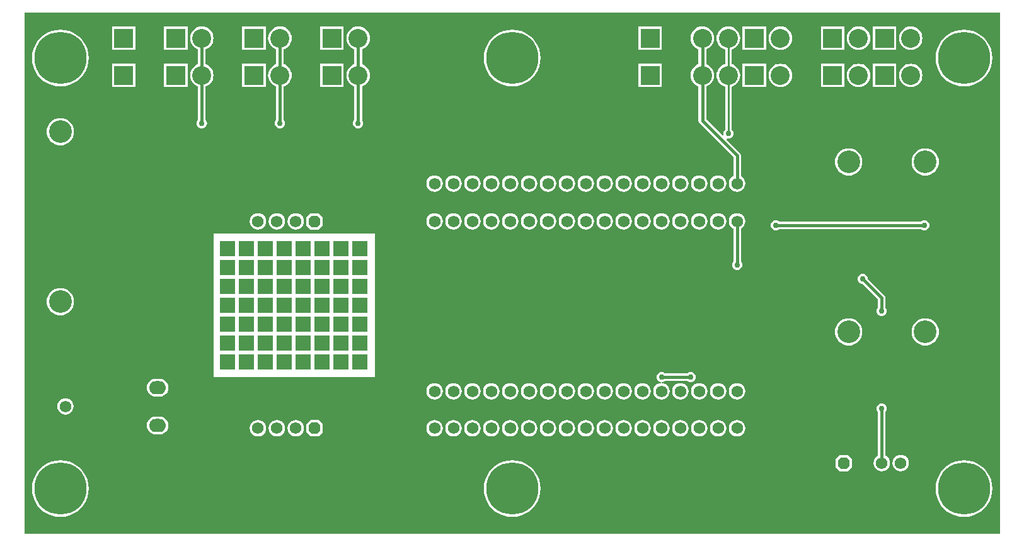
<source format=gbl>
G04*
G04 #@! TF.GenerationSoftware,Altium Limited,Altium Designer,18.1.7 (191)*
G04*
G04 Layer_Physical_Order=2*
G04 Layer_Color=16711680*
%FSLAX23Y23*%
%MOIN*%
G70*
G01*
G75*
%ADD10C,0.010*%
%ADD44C,0.016*%
%ADD46C,0.040*%
%ADD53R,0.080X0.080*%
%ADD54P,0.067X8X202.5*%
%ADD55C,0.062*%
%ADD56C,0.120*%
%ADD57C,0.100*%
%ADD58R,0.100X0.100*%
%ADD59C,0.276*%
%ADD60O,0.090X0.070*%
%ADD61C,0.030*%
%ADD62C,0.028*%
G36*
X28195Y4310D02*
X23035D01*
Y7070D01*
X28195D01*
Y4310D01*
D02*
G37*
%LPC*%
G36*
X27647Y6997D02*
X27523D01*
Y6873D01*
X27647D01*
Y6997D01*
D02*
G37*
G36*
X27372D02*
X27248D01*
Y6873D01*
X27372D01*
Y6997D01*
D02*
G37*
G36*
X26958D02*
X26834D01*
Y6873D01*
X26958D01*
Y6997D01*
D02*
G37*
G36*
X26407D02*
X26283D01*
Y6873D01*
X26407D01*
Y6997D01*
D02*
G37*
G36*
X24724D02*
X24600D01*
Y6873D01*
X24724D01*
Y6997D01*
D02*
G37*
G36*
X24311D02*
X24187D01*
Y6873D01*
X24311D01*
Y6997D01*
D02*
G37*
G36*
X23898D02*
X23774D01*
Y6873D01*
X23898D01*
Y6997D01*
D02*
G37*
G36*
X23622D02*
X23498D01*
Y6873D01*
X23622D01*
Y6997D01*
D02*
G37*
G36*
X27723Y6997D02*
X27711Y6996D01*
X27699Y6993D01*
X27688Y6987D01*
X27679Y6979D01*
X27671Y6970D01*
X27665Y6959D01*
X27662Y6947D01*
X27661Y6935D01*
X27662Y6923D01*
X27665Y6911D01*
X27671Y6900D01*
X27679Y6891D01*
X27688Y6883D01*
X27699Y6877D01*
X27711Y6874D01*
X27723Y6873D01*
X27735Y6874D01*
X27747Y6877D01*
X27758Y6883D01*
X27767Y6891D01*
X27775Y6900D01*
X27781Y6911D01*
X27784Y6923D01*
X27785Y6935D01*
X27784Y6947D01*
X27781Y6959D01*
X27775Y6970D01*
X27767Y6979D01*
X27758Y6987D01*
X27747Y6993D01*
X27735Y6996D01*
X27723Y6997D01*
D02*
G37*
G36*
X27447D02*
X27435Y6996D01*
X27424Y6993D01*
X27413Y6987D01*
X27403Y6979D01*
X27396Y6970D01*
X27390Y6959D01*
X27386Y6947D01*
X27385Y6935D01*
X27386Y6923D01*
X27390Y6911D01*
X27396Y6900D01*
X27403Y6891D01*
X27413Y6883D01*
X27424Y6877D01*
X27435Y6874D01*
X27447Y6873D01*
X27460Y6874D01*
X27471Y6877D01*
X27482Y6883D01*
X27491Y6891D01*
X27499Y6900D01*
X27505Y6911D01*
X27508Y6923D01*
X27510Y6935D01*
X27508Y6947D01*
X27505Y6959D01*
X27499Y6970D01*
X27491Y6979D01*
X27482Y6987D01*
X27471Y6993D01*
X27460Y6996D01*
X27447Y6997D01*
D02*
G37*
G36*
X27034D02*
X27022Y6996D01*
X27010Y6993D01*
X26999Y6987D01*
X26990Y6979D01*
X26982Y6970D01*
X26976Y6959D01*
X26973Y6947D01*
X26972Y6935D01*
X26973Y6923D01*
X26976Y6911D01*
X26982Y6900D01*
X26990Y6891D01*
X26999Y6883D01*
X27010Y6877D01*
X27022Y6874D01*
X27034Y6873D01*
X27046Y6874D01*
X27058Y6877D01*
X27069Y6883D01*
X27078Y6891D01*
X27086Y6900D01*
X27092Y6911D01*
X27095Y6923D01*
X27096Y6935D01*
X27095Y6947D01*
X27092Y6959D01*
X27086Y6970D01*
X27078Y6979D01*
X27069Y6987D01*
X27058Y6993D01*
X27046Y6996D01*
X27034Y6997D01*
D02*
G37*
G36*
X28005Y6980D02*
X27981Y6978D01*
X27959Y6973D01*
X27937Y6964D01*
X27917Y6952D01*
X27899Y6936D01*
X27883Y6918D01*
X27871Y6898D01*
X27862Y6876D01*
X27857Y6854D01*
X27855Y6830D01*
X27857Y6806D01*
X27862Y6784D01*
X27871Y6762D01*
X27883Y6742D01*
X27899Y6724D01*
X27917Y6708D01*
X27937Y6696D01*
X27959Y6687D01*
X27981Y6682D01*
X28005Y6680D01*
X28029Y6682D01*
X28051Y6687D01*
X28073Y6696D01*
X28093Y6708D01*
X28111Y6724D01*
X28127Y6742D01*
X28139Y6762D01*
X28148Y6784D01*
X28153Y6806D01*
X28155Y6830D01*
X28153Y6854D01*
X28148Y6876D01*
X28139Y6898D01*
X28127Y6918D01*
X28111Y6936D01*
X28093Y6952D01*
X28073Y6964D01*
X28051Y6973D01*
X28029Y6978D01*
X28005Y6980D01*
D02*
G37*
G36*
X25615D02*
X25591Y6978D01*
X25569Y6973D01*
X25547Y6964D01*
X25527Y6952D01*
X25509Y6936D01*
X25493Y6918D01*
X25481Y6898D01*
X25472Y6876D01*
X25467Y6854D01*
X25465Y6830D01*
X25467Y6806D01*
X25472Y6784D01*
X25481Y6762D01*
X25493Y6742D01*
X25509Y6724D01*
X25527Y6708D01*
X25547Y6696D01*
X25569Y6687D01*
X25591Y6682D01*
X25615Y6680D01*
X25639Y6682D01*
X25661Y6687D01*
X25683Y6696D01*
X25703Y6708D01*
X25721Y6724D01*
X25737Y6742D01*
X25749Y6762D01*
X25758Y6784D01*
X25763Y6806D01*
X25765Y6830D01*
X25763Y6854D01*
X25758Y6876D01*
X25749Y6898D01*
X25737Y6918D01*
X25721Y6936D01*
X25703Y6952D01*
X25683Y6964D01*
X25661Y6973D01*
X25639Y6978D01*
X25615Y6980D01*
D02*
G37*
G36*
X23225D02*
X23201Y6978D01*
X23179Y6973D01*
X23157Y6964D01*
X23137Y6952D01*
X23119Y6936D01*
X23103Y6918D01*
X23091Y6898D01*
X23082Y6876D01*
X23077Y6854D01*
X23075Y6830D01*
X23077Y6806D01*
X23082Y6784D01*
X23091Y6762D01*
X23103Y6742D01*
X23119Y6724D01*
X23137Y6708D01*
X23157Y6696D01*
X23179Y6687D01*
X23201Y6682D01*
X23225Y6680D01*
X23249Y6682D01*
X23271Y6687D01*
X23293Y6696D01*
X23313Y6708D01*
X23331Y6724D01*
X23347Y6742D01*
X23359Y6762D01*
X23368Y6784D01*
X23373Y6806D01*
X23375Y6830D01*
X23373Y6854D01*
X23368Y6876D01*
X23359Y6898D01*
X23347Y6918D01*
X23331Y6936D01*
X23313Y6952D01*
X23293Y6964D01*
X23271Y6973D01*
X23249Y6978D01*
X23225Y6980D01*
D02*
G37*
G36*
X27647Y6800D02*
X27523D01*
Y6676D01*
X27647D01*
Y6800D01*
D02*
G37*
G36*
X27372D02*
X27248D01*
Y6676D01*
X27372D01*
Y6800D01*
D02*
G37*
G36*
X26958D02*
X26834D01*
Y6676D01*
X26958D01*
Y6800D01*
D02*
G37*
G36*
X26407D02*
X26283D01*
Y6676D01*
X26407D01*
Y6800D01*
D02*
G37*
G36*
X24724D02*
X24600D01*
Y6676D01*
X24724D01*
Y6800D01*
D02*
G37*
G36*
X24311D02*
X24187D01*
Y6676D01*
X24311D01*
Y6800D01*
D02*
G37*
G36*
X23898D02*
X23774D01*
Y6676D01*
X23898D01*
Y6800D01*
D02*
G37*
G36*
X23622D02*
X23498D01*
Y6676D01*
X23622D01*
Y6800D01*
D02*
G37*
G36*
X27723Y6800D02*
X27711Y6799D01*
X27699Y6796D01*
X27688Y6790D01*
X27679Y6782D01*
X27671Y6773D01*
X27665Y6762D01*
X27662Y6750D01*
X27661Y6738D01*
X27662Y6726D01*
X27665Y6714D01*
X27671Y6704D01*
X27679Y6694D01*
X27688Y6686D01*
X27699Y6681D01*
X27711Y6677D01*
X27723Y6676D01*
X27735Y6677D01*
X27747Y6681D01*
X27758Y6686D01*
X27767Y6694D01*
X27775Y6704D01*
X27781Y6714D01*
X27784Y6726D01*
X27785Y6738D01*
X27784Y6750D01*
X27781Y6762D01*
X27775Y6773D01*
X27767Y6782D01*
X27758Y6790D01*
X27747Y6796D01*
X27735Y6799D01*
X27723Y6800D01*
D02*
G37*
G36*
X27447D02*
X27435Y6799D01*
X27424Y6796D01*
X27413Y6790D01*
X27403Y6782D01*
X27396Y6773D01*
X27390Y6762D01*
X27386Y6750D01*
X27385Y6738D01*
X27386Y6726D01*
X27390Y6714D01*
X27396Y6704D01*
X27403Y6694D01*
X27413Y6686D01*
X27424Y6681D01*
X27435Y6677D01*
X27447Y6676D01*
X27460Y6677D01*
X27471Y6681D01*
X27482Y6686D01*
X27491Y6694D01*
X27499Y6704D01*
X27505Y6714D01*
X27508Y6726D01*
X27510Y6738D01*
X27508Y6750D01*
X27505Y6762D01*
X27499Y6773D01*
X27491Y6782D01*
X27482Y6790D01*
X27471Y6796D01*
X27460Y6799D01*
X27447Y6800D01*
D02*
G37*
G36*
X27034D02*
X27022Y6799D01*
X27010Y6796D01*
X26999Y6790D01*
X26990Y6782D01*
X26982Y6773D01*
X26976Y6762D01*
X26973Y6750D01*
X26972Y6738D01*
X26973Y6726D01*
X26976Y6714D01*
X26982Y6704D01*
X26990Y6694D01*
X26999Y6686D01*
X27010Y6681D01*
X27022Y6677D01*
X27034Y6676D01*
X27046Y6677D01*
X27058Y6681D01*
X27069Y6686D01*
X27078Y6694D01*
X27086Y6704D01*
X27092Y6714D01*
X27095Y6726D01*
X27096Y6738D01*
X27095Y6750D01*
X27092Y6762D01*
X27086Y6773D01*
X27078Y6782D01*
X27069Y6790D01*
X27058Y6796D01*
X27046Y6799D01*
X27034Y6800D01*
D02*
G37*
G36*
X24800Y6997D02*
X24788Y6996D01*
X24776Y6993D01*
X24766Y6987D01*
X24756Y6979D01*
X24748Y6970D01*
X24743Y6959D01*
X24739Y6947D01*
X24738Y6935D01*
X24739Y6923D01*
X24743Y6911D01*
X24748Y6900D01*
X24756Y6891D01*
X24766Y6883D01*
X24776Y6877D01*
X24780Y6876D01*
Y6797D01*
X24776Y6796D01*
X24766Y6790D01*
X24756Y6782D01*
X24748Y6773D01*
X24743Y6762D01*
X24739Y6750D01*
X24738Y6738D01*
X24739Y6726D01*
X24743Y6714D01*
X24748Y6704D01*
X24756Y6694D01*
X24766Y6686D01*
X24776Y6681D01*
X24780Y6680D01*
Y6503D01*
X24776Y6499D01*
X24774Y6492D01*
X24773Y6485D01*
X24774Y6478D01*
X24776Y6471D01*
X24781Y6466D01*
X24786Y6461D01*
X24793Y6459D01*
X24800Y6458D01*
X24807Y6459D01*
X24814Y6461D01*
X24819Y6466D01*
X24824Y6471D01*
X24826Y6478D01*
X24827Y6485D01*
X24826Y6492D01*
X24824Y6499D01*
X24821Y6503D01*
Y6680D01*
X24824Y6681D01*
X24835Y6686D01*
X24844Y6694D01*
X24852Y6704D01*
X24858Y6714D01*
X24861Y6726D01*
X24862Y6738D01*
X24861Y6750D01*
X24858Y6762D01*
X24852Y6773D01*
X24844Y6782D01*
X24835Y6790D01*
X24824Y6796D01*
X24821Y6797D01*
Y6876D01*
X24824Y6877D01*
X24835Y6883D01*
X24844Y6891D01*
X24852Y6900D01*
X24858Y6911D01*
X24861Y6923D01*
X24862Y6935D01*
X24861Y6947D01*
X24858Y6959D01*
X24852Y6970D01*
X24844Y6979D01*
X24835Y6987D01*
X24824Y6993D01*
X24812Y6996D01*
X24800Y6997D01*
D02*
G37*
G36*
X24387D02*
X24375Y6996D01*
X24363Y6993D01*
X24352Y6987D01*
X24343Y6979D01*
X24335Y6970D01*
X24329Y6959D01*
X24326Y6947D01*
X24324Y6935D01*
X24326Y6923D01*
X24329Y6911D01*
X24335Y6900D01*
X24343Y6891D01*
X24352Y6883D01*
X24363Y6877D01*
X24366Y6876D01*
Y6797D01*
X24363Y6796D01*
X24352Y6790D01*
X24343Y6782D01*
X24335Y6773D01*
X24329Y6762D01*
X24326Y6750D01*
X24324Y6738D01*
X24326Y6726D01*
X24329Y6714D01*
X24335Y6704D01*
X24343Y6694D01*
X24352Y6686D01*
X24363Y6681D01*
X24366Y6680D01*
Y6503D01*
X24363Y6499D01*
X24360Y6492D01*
X24360Y6485D01*
X24360Y6478D01*
X24363Y6471D01*
X24368Y6466D01*
X24373Y6461D01*
X24380Y6459D01*
X24387Y6458D01*
X24394Y6459D01*
X24400Y6461D01*
X24406Y6466D01*
X24410Y6471D01*
X24413Y6478D01*
X24414Y6485D01*
X24413Y6492D01*
X24410Y6499D01*
X24407Y6503D01*
Y6680D01*
X24411Y6681D01*
X24421Y6686D01*
X24431Y6694D01*
X24439Y6704D01*
X24444Y6714D01*
X24448Y6726D01*
X24449Y6738D01*
X24448Y6750D01*
X24444Y6762D01*
X24439Y6773D01*
X24431Y6782D01*
X24421Y6790D01*
X24411Y6796D01*
X24407Y6797D01*
Y6876D01*
X24411Y6877D01*
X24421Y6883D01*
X24431Y6891D01*
X24439Y6900D01*
X24444Y6911D01*
X24448Y6923D01*
X24449Y6935D01*
X24448Y6947D01*
X24444Y6959D01*
X24439Y6970D01*
X24431Y6979D01*
X24421Y6987D01*
X24411Y6993D01*
X24399Y6996D01*
X24387Y6997D01*
D02*
G37*
G36*
X23973D02*
X23961Y6996D01*
X23950Y6993D01*
X23939Y6987D01*
X23929Y6979D01*
X23922Y6970D01*
X23916Y6959D01*
X23912Y6947D01*
X23911Y6935D01*
X23912Y6923D01*
X23916Y6911D01*
X23922Y6900D01*
X23929Y6891D01*
X23939Y6883D01*
X23950Y6877D01*
X23953Y6876D01*
Y6797D01*
X23950Y6796D01*
X23939Y6790D01*
X23929Y6782D01*
X23922Y6773D01*
X23916Y6762D01*
X23912Y6750D01*
X23911Y6738D01*
X23912Y6726D01*
X23916Y6714D01*
X23922Y6704D01*
X23929Y6694D01*
X23939Y6686D01*
X23950Y6681D01*
X23953Y6680D01*
Y6503D01*
X23950Y6499D01*
X23947Y6492D01*
X23946Y6485D01*
X23947Y6478D01*
X23950Y6471D01*
X23954Y6466D01*
X23960Y6461D01*
X23966Y6459D01*
X23973Y6458D01*
X23980Y6459D01*
X23987Y6461D01*
X23993Y6466D01*
X23997Y6471D01*
X24000Y6478D01*
X24001Y6485D01*
X24000Y6492D01*
X23997Y6499D01*
X23994Y6503D01*
Y6680D01*
X23997Y6681D01*
X24008Y6686D01*
X24017Y6694D01*
X24025Y6704D01*
X24031Y6714D01*
X24034Y6726D01*
X24036Y6738D01*
X24034Y6750D01*
X24031Y6762D01*
X24025Y6773D01*
X24017Y6782D01*
X24008Y6790D01*
X23997Y6796D01*
X23994Y6797D01*
Y6876D01*
X23997Y6877D01*
X24008Y6883D01*
X24017Y6891D01*
X24025Y6900D01*
X24031Y6911D01*
X24034Y6923D01*
X24036Y6935D01*
X24034Y6947D01*
X24031Y6959D01*
X24025Y6970D01*
X24017Y6979D01*
X24008Y6987D01*
X23997Y6993D01*
X23986Y6996D01*
X23973Y6997D01*
D02*
G37*
G36*
X26758D02*
X26746Y6996D01*
X26735Y6993D01*
X26724Y6987D01*
X26714Y6979D01*
X26707Y6970D01*
X26701Y6959D01*
X26697Y6947D01*
X26696Y6935D01*
X26697Y6923D01*
X26701Y6911D01*
X26707Y6900D01*
X26714Y6891D01*
X26724Y6883D01*
X26735Y6877D01*
X26741Y6875D01*
Y6798D01*
X26735Y6796D01*
X26724Y6790D01*
X26714Y6782D01*
X26707Y6773D01*
X26701Y6762D01*
X26697Y6750D01*
X26696Y6738D01*
X26697Y6726D01*
X26701Y6714D01*
X26707Y6704D01*
X26714Y6694D01*
X26724Y6686D01*
X26735Y6681D01*
X26741Y6679D01*
Y6451D01*
X26739Y6449D01*
X26735Y6444D01*
X26732Y6437D01*
X26731Y6430D01*
X26732Y6424D01*
X26729Y6422D01*
X26727Y6421D01*
X26641Y6508D01*
Y6680D01*
X26644Y6681D01*
X26655Y6686D01*
X26665Y6694D01*
X26672Y6704D01*
X26678Y6714D01*
X26682Y6726D01*
X26683Y6738D01*
X26682Y6750D01*
X26678Y6762D01*
X26672Y6773D01*
X26665Y6782D01*
X26655Y6790D01*
X26644Y6796D01*
X26641Y6797D01*
Y6876D01*
X26644Y6877D01*
X26655Y6883D01*
X26665Y6891D01*
X26672Y6900D01*
X26678Y6911D01*
X26682Y6923D01*
X26683Y6935D01*
X26682Y6947D01*
X26678Y6959D01*
X26672Y6970D01*
X26665Y6979D01*
X26655Y6987D01*
X26644Y6993D01*
X26633Y6996D01*
X26621Y6997D01*
X26608Y6996D01*
X26597Y6993D01*
X26586Y6987D01*
X26577Y6979D01*
X26569Y6970D01*
X26563Y6959D01*
X26559Y6947D01*
X26558Y6935D01*
X26559Y6923D01*
X26563Y6911D01*
X26569Y6900D01*
X26577Y6891D01*
X26586Y6883D01*
X26597Y6877D01*
X26600Y6876D01*
Y6797D01*
X26597Y6796D01*
X26586Y6790D01*
X26577Y6782D01*
X26569Y6773D01*
X26563Y6762D01*
X26559Y6750D01*
X26558Y6738D01*
X26559Y6726D01*
X26563Y6714D01*
X26569Y6704D01*
X26577Y6694D01*
X26586Y6686D01*
X26597Y6681D01*
X26600Y6680D01*
Y6499D01*
X26602Y6492D01*
X26606Y6485D01*
X26785Y6307D01*
Y6203D01*
X26783Y6203D01*
X26774Y6196D01*
X26767Y6187D01*
X26763Y6176D01*
X26762Y6165D01*
X26763Y6154D01*
X26767Y6143D01*
X26774Y6134D01*
X26783Y6127D01*
X26794Y6123D01*
X26805Y6122D01*
X26816Y6123D01*
X26827Y6127D01*
X26836Y6134D01*
X26843Y6143D01*
X26847Y6154D01*
X26848Y6165D01*
X26847Y6176D01*
X26843Y6187D01*
X26836Y6196D01*
X26827Y6203D01*
X26825Y6203D01*
Y6315D01*
X26824Y6323D01*
X26819Y6329D01*
X26750Y6399D01*
X26750Y6401D01*
X26752Y6404D01*
X26758Y6403D01*
X26765Y6404D01*
X26772Y6406D01*
X26778Y6411D01*
X26782Y6416D01*
X26785Y6423D01*
X26786Y6430D01*
X26785Y6437D01*
X26782Y6444D01*
X26778Y6449D01*
X26776Y6451D01*
Y6679D01*
X26782Y6681D01*
X26793Y6686D01*
X26802Y6694D01*
X26810Y6704D01*
X26816Y6714D01*
X26819Y6726D01*
X26821Y6738D01*
X26819Y6750D01*
X26816Y6762D01*
X26810Y6773D01*
X26802Y6782D01*
X26793Y6790D01*
X26782Y6796D01*
X26776Y6798D01*
Y6875D01*
X26782Y6877D01*
X26793Y6883D01*
X26802Y6891D01*
X26810Y6900D01*
X26816Y6911D01*
X26819Y6923D01*
X26821Y6935D01*
X26819Y6947D01*
X26816Y6959D01*
X26810Y6970D01*
X26802Y6979D01*
X26793Y6987D01*
X26782Y6993D01*
X26771Y6996D01*
X26758Y6997D01*
D02*
G37*
G36*
X23225Y6512D02*
X23211Y6511D01*
X23197Y6507D01*
X23185Y6500D01*
X23174Y6491D01*
X23165Y6480D01*
X23158Y6468D01*
X23154Y6454D01*
X23153Y6440D01*
X23154Y6426D01*
X23158Y6412D01*
X23165Y6400D01*
X23174Y6389D01*
X23185Y6380D01*
X23197Y6373D01*
X23211Y6369D01*
X23225Y6368D01*
X23239Y6369D01*
X23253Y6373D01*
X23265Y6380D01*
X23276Y6389D01*
X23285Y6400D01*
X23292Y6412D01*
X23296Y6426D01*
X23297Y6440D01*
X23296Y6454D01*
X23292Y6468D01*
X23285Y6480D01*
X23276Y6491D01*
X23265Y6500D01*
X23253Y6507D01*
X23239Y6511D01*
X23225Y6512D01*
D02*
G37*
G36*
X27800Y6352D02*
X27786Y6351D01*
X27772Y6347D01*
X27760Y6340D01*
X27749Y6331D01*
X27740Y6320D01*
X27733Y6308D01*
X27729Y6294D01*
X27728Y6280D01*
X27729Y6266D01*
X27733Y6252D01*
X27740Y6240D01*
X27749Y6229D01*
X27760Y6220D01*
X27772Y6213D01*
X27786Y6209D01*
X27800Y6208D01*
X27814Y6209D01*
X27828Y6213D01*
X27840Y6220D01*
X27851Y6229D01*
X27860Y6240D01*
X27867Y6252D01*
X27871Y6266D01*
X27872Y6280D01*
X27871Y6294D01*
X27867Y6308D01*
X27860Y6320D01*
X27851Y6331D01*
X27840Y6340D01*
X27828Y6347D01*
X27814Y6351D01*
X27800Y6352D01*
D02*
G37*
G36*
X27395D02*
X27381Y6351D01*
X27367Y6347D01*
X27355Y6340D01*
X27344Y6331D01*
X27335Y6320D01*
X27328Y6308D01*
X27324Y6294D01*
X27323Y6280D01*
X27324Y6266D01*
X27328Y6252D01*
X27335Y6240D01*
X27344Y6229D01*
X27355Y6220D01*
X27367Y6213D01*
X27381Y6209D01*
X27395Y6208D01*
X27409Y6209D01*
X27423Y6213D01*
X27435Y6220D01*
X27446Y6229D01*
X27455Y6240D01*
X27462Y6252D01*
X27466Y6266D01*
X27467Y6280D01*
X27466Y6294D01*
X27462Y6308D01*
X27455Y6320D01*
X27446Y6331D01*
X27435Y6340D01*
X27423Y6347D01*
X27409Y6351D01*
X27395Y6352D01*
D02*
G37*
G36*
X26705Y6208D02*
X26694Y6207D01*
X26683Y6203D01*
X26674Y6196D01*
X26667Y6187D01*
X26663Y6176D01*
X26662Y6165D01*
X26663Y6154D01*
X26667Y6143D01*
X26674Y6134D01*
X26683Y6127D01*
X26694Y6123D01*
X26705Y6122D01*
X26716Y6123D01*
X26727Y6127D01*
X26736Y6134D01*
X26743Y6143D01*
X26747Y6154D01*
X26748Y6165D01*
X26747Y6176D01*
X26743Y6187D01*
X26736Y6196D01*
X26727Y6203D01*
X26716Y6207D01*
X26705Y6208D01*
D02*
G37*
G36*
X26605D02*
X26594Y6207D01*
X26583Y6203D01*
X26574Y6196D01*
X26567Y6187D01*
X26563Y6176D01*
X26562Y6165D01*
X26563Y6154D01*
X26567Y6143D01*
X26574Y6134D01*
X26583Y6127D01*
X26594Y6123D01*
X26605Y6122D01*
X26616Y6123D01*
X26627Y6127D01*
X26636Y6134D01*
X26643Y6143D01*
X26647Y6154D01*
X26648Y6165D01*
X26647Y6176D01*
X26643Y6187D01*
X26636Y6196D01*
X26627Y6203D01*
X26616Y6207D01*
X26605Y6208D01*
D02*
G37*
G36*
X26505D02*
X26494Y6207D01*
X26483Y6203D01*
X26474Y6196D01*
X26467Y6187D01*
X26463Y6176D01*
X26462Y6165D01*
X26463Y6154D01*
X26467Y6143D01*
X26474Y6134D01*
X26483Y6127D01*
X26494Y6123D01*
X26505Y6122D01*
X26516Y6123D01*
X26527Y6127D01*
X26536Y6134D01*
X26543Y6143D01*
X26547Y6154D01*
X26548Y6165D01*
X26547Y6176D01*
X26543Y6187D01*
X26536Y6196D01*
X26527Y6203D01*
X26516Y6207D01*
X26505Y6208D01*
D02*
G37*
G36*
X26405D02*
X26394Y6207D01*
X26383Y6203D01*
X26374Y6196D01*
X26367Y6187D01*
X26363Y6176D01*
X26362Y6165D01*
X26363Y6154D01*
X26367Y6143D01*
X26374Y6134D01*
X26383Y6127D01*
X26394Y6123D01*
X26405Y6122D01*
X26416Y6123D01*
X26427Y6127D01*
X26436Y6134D01*
X26443Y6143D01*
X26447Y6154D01*
X26448Y6165D01*
X26447Y6176D01*
X26443Y6187D01*
X26436Y6196D01*
X26427Y6203D01*
X26416Y6207D01*
X26405Y6208D01*
D02*
G37*
G36*
X26305D02*
X26294Y6207D01*
X26283Y6203D01*
X26274Y6196D01*
X26267Y6187D01*
X26263Y6176D01*
X26262Y6165D01*
X26263Y6154D01*
X26267Y6143D01*
X26274Y6134D01*
X26283Y6127D01*
X26294Y6123D01*
X26305Y6122D01*
X26316Y6123D01*
X26327Y6127D01*
X26336Y6134D01*
X26343Y6143D01*
X26347Y6154D01*
X26348Y6165D01*
X26347Y6176D01*
X26343Y6187D01*
X26336Y6196D01*
X26327Y6203D01*
X26316Y6207D01*
X26305Y6208D01*
D02*
G37*
G36*
X26205D02*
X26194Y6207D01*
X26183Y6203D01*
X26174Y6196D01*
X26167Y6187D01*
X26163Y6176D01*
X26162Y6165D01*
X26163Y6154D01*
X26167Y6143D01*
X26174Y6134D01*
X26183Y6127D01*
X26194Y6123D01*
X26205Y6122D01*
X26216Y6123D01*
X26227Y6127D01*
X26236Y6134D01*
X26243Y6143D01*
X26247Y6154D01*
X26248Y6165D01*
X26247Y6176D01*
X26243Y6187D01*
X26236Y6196D01*
X26227Y6203D01*
X26216Y6207D01*
X26205Y6208D01*
D02*
G37*
G36*
X26105D02*
X26094Y6207D01*
X26083Y6203D01*
X26074Y6196D01*
X26067Y6187D01*
X26063Y6176D01*
X26062Y6165D01*
X26063Y6154D01*
X26067Y6143D01*
X26074Y6134D01*
X26083Y6127D01*
X26094Y6123D01*
X26105Y6122D01*
X26116Y6123D01*
X26127Y6127D01*
X26136Y6134D01*
X26143Y6143D01*
X26147Y6154D01*
X26148Y6165D01*
X26147Y6176D01*
X26143Y6187D01*
X26136Y6196D01*
X26127Y6203D01*
X26116Y6207D01*
X26105Y6208D01*
D02*
G37*
G36*
X26005D02*
X25994Y6207D01*
X25983Y6203D01*
X25974Y6196D01*
X25967Y6187D01*
X25963Y6176D01*
X25962Y6165D01*
X25963Y6154D01*
X25967Y6143D01*
X25974Y6134D01*
X25983Y6127D01*
X25994Y6123D01*
X26005Y6122D01*
X26016Y6123D01*
X26027Y6127D01*
X26036Y6134D01*
X26043Y6143D01*
X26047Y6154D01*
X26048Y6165D01*
X26047Y6176D01*
X26043Y6187D01*
X26036Y6196D01*
X26027Y6203D01*
X26016Y6207D01*
X26005Y6208D01*
D02*
G37*
G36*
X25905D02*
X25894Y6207D01*
X25883Y6203D01*
X25874Y6196D01*
X25867Y6187D01*
X25863Y6176D01*
X25862Y6165D01*
X25863Y6154D01*
X25867Y6143D01*
X25874Y6134D01*
X25883Y6127D01*
X25894Y6123D01*
X25905Y6122D01*
X25916Y6123D01*
X25927Y6127D01*
X25936Y6134D01*
X25943Y6143D01*
X25947Y6154D01*
X25948Y6165D01*
X25947Y6176D01*
X25943Y6187D01*
X25936Y6196D01*
X25927Y6203D01*
X25916Y6207D01*
X25905Y6208D01*
D02*
G37*
G36*
X25805D02*
X25794Y6207D01*
X25783Y6203D01*
X25774Y6196D01*
X25767Y6187D01*
X25763Y6176D01*
X25762Y6165D01*
X25763Y6154D01*
X25767Y6143D01*
X25774Y6134D01*
X25783Y6127D01*
X25794Y6123D01*
X25805Y6122D01*
X25816Y6123D01*
X25827Y6127D01*
X25836Y6134D01*
X25843Y6143D01*
X25847Y6154D01*
X25848Y6165D01*
X25847Y6176D01*
X25843Y6187D01*
X25836Y6196D01*
X25827Y6203D01*
X25816Y6207D01*
X25805Y6208D01*
D02*
G37*
G36*
X25705D02*
X25694Y6207D01*
X25683Y6203D01*
X25674Y6196D01*
X25667Y6187D01*
X25663Y6176D01*
X25662Y6165D01*
X25663Y6154D01*
X25667Y6143D01*
X25674Y6134D01*
X25683Y6127D01*
X25694Y6123D01*
X25705Y6122D01*
X25716Y6123D01*
X25727Y6127D01*
X25736Y6134D01*
X25743Y6143D01*
X25747Y6154D01*
X25748Y6165D01*
X25747Y6176D01*
X25743Y6187D01*
X25736Y6196D01*
X25727Y6203D01*
X25716Y6207D01*
X25705Y6208D01*
D02*
G37*
G36*
X25605D02*
X25594Y6207D01*
X25583Y6203D01*
X25574Y6196D01*
X25567Y6187D01*
X25563Y6176D01*
X25562Y6165D01*
X25563Y6154D01*
X25567Y6143D01*
X25574Y6134D01*
X25583Y6127D01*
X25594Y6123D01*
X25605Y6122D01*
X25616Y6123D01*
X25627Y6127D01*
X25636Y6134D01*
X25643Y6143D01*
X25647Y6154D01*
X25648Y6165D01*
X25647Y6176D01*
X25643Y6187D01*
X25636Y6196D01*
X25627Y6203D01*
X25616Y6207D01*
X25605Y6208D01*
D02*
G37*
G36*
X25505D02*
X25494Y6207D01*
X25483Y6203D01*
X25474Y6196D01*
X25467Y6187D01*
X25463Y6176D01*
X25462Y6165D01*
X25463Y6154D01*
X25467Y6143D01*
X25474Y6134D01*
X25483Y6127D01*
X25494Y6123D01*
X25505Y6122D01*
X25516Y6123D01*
X25527Y6127D01*
X25536Y6134D01*
X25543Y6143D01*
X25547Y6154D01*
X25548Y6165D01*
X25547Y6176D01*
X25543Y6187D01*
X25536Y6196D01*
X25527Y6203D01*
X25516Y6207D01*
X25505Y6208D01*
D02*
G37*
G36*
X25405D02*
X25394Y6207D01*
X25383Y6203D01*
X25374Y6196D01*
X25367Y6187D01*
X25363Y6176D01*
X25362Y6165D01*
X25363Y6154D01*
X25367Y6143D01*
X25374Y6134D01*
X25383Y6127D01*
X25394Y6123D01*
X25405Y6122D01*
X25416Y6123D01*
X25427Y6127D01*
X25436Y6134D01*
X25443Y6143D01*
X25447Y6154D01*
X25448Y6165D01*
X25447Y6176D01*
X25443Y6187D01*
X25436Y6196D01*
X25427Y6203D01*
X25416Y6207D01*
X25405Y6208D01*
D02*
G37*
G36*
X25305D02*
X25294Y6207D01*
X25283Y6203D01*
X25274Y6196D01*
X25267Y6187D01*
X25263Y6176D01*
X25262Y6165D01*
X25263Y6154D01*
X25267Y6143D01*
X25274Y6134D01*
X25283Y6127D01*
X25294Y6123D01*
X25305Y6122D01*
X25316Y6123D01*
X25327Y6127D01*
X25336Y6134D01*
X25343Y6143D01*
X25347Y6154D01*
X25348Y6165D01*
X25347Y6176D01*
X25343Y6187D01*
X25336Y6196D01*
X25327Y6203D01*
X25316Y6207D01*
X25305Y6208D01*
D02*
G37*
G36*
X25205D02*
X25194Y6207D01*
X25183Y6203D01*
X25174Y6196D01*
X25167Y6187D01*
X25163Y6176D01*
X25162Y6165D01*
X25163Y6154D01*
X25167Y6143D01*
X25174Y6134D01*
X25183Y6127D01*
X25194Y6123D01*
X25205Y6122D01*
X25216Y6123D01*
X25227Y6127D01*
X25236Y6134D01*
X25243Y6143D01*
X25247Y6154D01*
X25248Y6165D01*
X25247Y6176D01*
X25243Y6187D01*
X25236Y6196D01*
X25227Y6203D01*
X25216Y6207D01*
X25205Y6208D01*
D02*
G37*
G36*
X27795Y5972D02*
X27788Y5971D01*
X27781Y5969D01*
X27777Y5965D01*
X27028D01*
X27024Y5969D01*
X27017Y5971D01*
X27010Y5972D01*
X27003Y5971D01*
X26996Y5969D01*
X26991Y5964D01*
X26986Y5959D01*
X26984Y5952D01*
X26983Y5945D01*
X26984Y5938D01*
X26986Y5931D01*
X26991Y5926D01*
X26996Y5921D01*
X27003Y5919D01*
X27010Y5918D01*
X27017Y5919D01*
X27024Y5921D01*
X27028Y5925D01*
X27777D01*
X27781Y5921D01*
X27788Y5919D01*
X27795Y5918D01*
X27802Y5919D01*
X27809Y5921D01*
X27814Y5926D01*
X27819Y5931D01*
X27821Y5938D01*
X27822Y5945D01*
X27821Y5952D01*
X27819Y5959D01*
X27814Y5964D01*
X27809Y5969D01*
X27802Y5971D01*
X27795Y5972D01*
D02*
G37*
G36*
X24591Y6008D02*
X24549D01*
X24527Y5986D01*
Y5944D01*
X24549Y5922D01*
X24591D01*
X24613Y5944D01*
Y5986D01*
X24591Y6008D01*
D02*
G37*
G36*
X26705Y6008D02*
X26694Y6007D01*
X26683Y6003D01*
X26674Y5996D01*
X26667Y5987D01*
X26663Y5976D01*
X26662Y5965D01*
X26663Y5954D01*
X26667Y5943D01*
X26674Y5934D01*
X26683Y5927D01*
X26694Y5923D01*
X26705Y5922D01*
X26716Y5923D01*
X26727Y5927D01*
X26736Y5934D01*
X26743Y5943D01*
X26747Y5954D01*
X26748Y5965D01*
X26747Y5976D01*
X26743Y5987D01*
X26736Y5996D01*
X26727Y6003D01*
X26716Y6007D01*
X26705Y6008D01*
D02*
G37*
G36*
X26605D02*
X26594Y6007D01*
X26583Y6003D01*
X26574Y5996D01*
X26567Y5987D01*
X26563Y5976D01*
X26562Y5965D01*
X26563Y5954D01*
X26567Y5943D01*
X26574Y5934D01*
X26583Y5927D01*
X26594Y5923D01*
X26605Y5922D01*
X26616Y5923D01*
X26627Y5927D01*
X26636Y5934D01*
X26643Y5943D01*
X26647Y5954D01*
X26648Y5965D01*
X26647Y5976D01*
X26643Y5987D01*
X26636Y5996D01*
X26627Y6003D01*
X26616Y6007D01*
X26605Y6008D01*
D02*
G37*
G36*
X26505D02*
X26494Y6007D01*
X26483Y6003D01*
X26474Y5996D01*
X26467Y5987D01*
X26463Y5976D01*
X26462Y5965D01*
X26463Y5954D01*
X26467Y5943D01*
X26474Y5934D01*
X26483Y5927D01*
X26494Y5923D01*
X26505Y5922D01*
X26516Y5923D01*
X26527Y5927D01*
X26536Y5934D01*
X26543Y5943D01*
X26547Y5954D01*
X26548Y5965D01*
X26547Y5976D01*
X26543Y5987D01*
X26536Y5996D01*
X26527Y6003D01*
X26516Y6007D01*
X26505Y6008D01*
D02*
G37*
G36*
X26405D02*
X26394Y6007D01*
X26383Y6003D01*
X26374Y5996D01*
X26367Y5987D01*
X26363Y5976D01*
X26362Y5965D01*
X26363Y5954D01*
X26367Y5943D01*
X26374Y5934D01*
X26383Y5927D01*
X26394Y5923D01*
X26405Y5922D01*
X26416Y5923D01*
X26427Y5927D01*
X26436Y5934D01*
X26443Y5943D01*
X26447Y5954D01*
X26448Y5965D01*
X26447Y5976D01*
X26443Y5987D01*
X26436Y5996D01*
X26427Y6003D01*
X26416Y6007D01*
X26405Y6008D01*
D02*
G37*
G36*
X26305D02*
X26294Y6007D01*
X26283Y6003D01*
X26274Y5996D01*
X26267Y5987D01*
X26263Y5976D01*
X26262Y5965D01*
X26263Y5954D01*
X26267Y5943D01*
X26274Y5934D01*
X26283Y5927D01*
X26294Y5923D01*
X26305Y5922D01*
X26316Y5923D01*
X26327Y5927D01*
X26336Y5934D01*
X26343Y5943D01*
X26347Y5954D01*
X26348Y5965D01*
X26347Y5976D01*
X26343Y5987D01*
X26336Y5996D01*
X26327Y6003D01*
X26316Y6007D01*
X26305Y6008D01*
D02*
G37*
G36*
X26205D02*
X26194Y6007D01*
X26183Y6003D01*
X26174Y5996D01*
X26167Y5987D01*
X26163Y5976D01*
X26162Y5965D01*
X26163Y5954D01*
X26167Y5943D01*
X26174Y5934D01*
X26183Y5927D01*
X26194Y5923D01*
X26205Y5922D01*
X26216Y5923D01*
X26227Y5927D01*
X26236Y5934D01*
X26243Y5943D01*
X26247Y5954D01*
X26248Y5965D01*
X26247Y5976D01*
X26243Y5987D01*
X26236Y5996D01*
X26227Y6003D01*
X26216Y6007D01*
X26205Y6008D01*
D02*
G37*
G36*
X26105D02*
X26094Y6007D01*
X26083Y6003D01*
X26074Y5996D01*
X26067Y5987D01*
X26063Y5976D01*
X26062Y5965D01*
X26063Y5954D01*
X26067Y5943D01*
X26074Y5934D01*
X26083Y5927D01*
X26094Y5923D01*
X26105Y5922D01*
X26116Y5923D01*
X26127Y5927D01*
X26136Y5934D01*
X26143Y5943D01*
X26147Y5954D01*
X26148Y5965D01*
X26147Y5976D01*
X26143Y5987D01*
X26136Y5996D01*
X26127Y6003D01*
X26116Y6007D01*
X26105Y6008D01*
D02*
G37*
G36*
X26005D02*
X25994Y6007D01*
X25983Y6003D01*
X25974Y5996D01*
X25967Y5987D01*
X25963Y5976D01*
X25962Y5965D01*
X25963Y5954D01*
X25967Y5943D01*
X25974Y5934D01*
X25983Y5927D01*
X25994Y5923D01*
X26005Y5922D01*
X26016Y5923D01*
X26027Y5927D01*
X26036Y5934D01*
X26043Y5943D01*
X26047Y5954D01*
X26048Y5965D01*
X26047Y5976D01*
X26043Y5987D01*
X26036Y5996D01*
X26027Y6003D01*
X26016Y6007D01*
X26005Y6008D01*
D02*
G37*
G36*
X25905D02*
X25894Y6007D01*
X25883Y6003D01*
X25874Y5996D01*
X25867Y5987D01*
X25863Y5976D01*
X25862Y5965D01*
X25863Y5954D01*
X25867Y5943D01*
X25874Y5934D01*
X25883Y5927D01*
X25894Y5923D01*
X25905Y5922D01*
X25916Y5923D01*
X25927Y5927D01*
X25936Y5934D01*
X25943Y5943D01*
X25947Y5954D01*
X25948Y5965D01*
X25947Y5976D01*
X25943Y5987D01*
X25936Y5996D01*
X25927Y6003D01*
X25916Y6007D01*
X25905Y6008D01*
D02*
G37*
G36*
X25805D02*
X25794Y6007D01*
X25783Y6003D01*
X25774Y5996D01*
X25767Y5987D01*
X25763Y5976D01*
X25762Y5965D01*
X25763Y5954D01*
X25767Y5943D01*
X25774Y5934D01*
X25783Y5927D01*
X25794Y5923D01*
X25805Y5922D01*
X25816Y5923D01*
X25827Y5927D01*
X25836Y5934D01*
X25843Y5943D01*
X25847Y5954D01*
X25848Y5965D01*
X25847Y5976D01*
X25843Y5987D01*
X25836Y5996D01*
X25827Y6003D01*
X25816Y6007D01*
X25805Y6008D01*
D02*
G37*
G36*
X25705D02*
X25694Y6007D01*
X25683Y6003D01*
X25674Y5996D01*
X25667Y5987D01*
X25663Y5976D01*
X25662Y5965D01*
X25663Y5954D01*
X25667Y5943D01*
X25674Y5934D01*
X25683Y5927D01*
X25694Y5923D01*
X25705Y5922D01*
X25716Y5923D01*
X25727Y5927D01*
X25736Y5934D01*
X25743Y5943D01*
X25747Y5954D01*
X25748Y5965D01*
X25747Y5976D01*
X25743Y5987D01*
X25736Y5996D01*
X25727Y6003D01*
X25716Y6007D01*
X25705Y6008D01*
D02*
G37*
G36*
X25605D02*
X25594Y6007D01*
X25583Y6003D01*
X25574Y5996D01*
X25567Y5987D01*
X25563Y5976D01*
X25562Y5965D01*
X25563Y5954D01*
X25567Y5943D01*
X25574Y5934D01*
X25583Y5927D01*
X25594Y5923D01*
X25605Y5922D01*
X25616Y5923D01*
X25627Y5927D01*
X25636Y5934D01*
X25643Y5943D01*
X25647Y5954D01*
X25648Y5965D01*
X25647Y5976D01*
X25643Y5987D01*
X25636Y5996D01*
X25627Y6003D01*
X25616Y6007D01*
X25605Y6008D01*
D02*
G37*
G36*
X25505D02*
X25494Y6007D01*
X25483Y6003D01*
X25474Y5996D01*
X25467Y5987D01*
X25463Y5976D01*
X25462Y5965D01*
X25463Y5954D01*
X25467Y5943D01*
X25474Y5934D01*
X25483Y5927D01*
X25494Y5923D01*
X25505Y5922D01*
X25516Y5923D01*
X25527Y5927D01*
X25536Y5934D01*
X25543Y5943D01*
X25547Y5954D01*
X25548Y5965D01*
X25547Y5976D01*
X25543Y5987D01*
X25536Y5996D01*
X25527Y6003D01*
X25516Y6007D01*
X25505Y6008D01*
D02*
G37*
G36*
X25405D02*
X25394Y6007D01*
X25383Y6003D01*
X25374Y5996D01*
X25367Y5987D01*
X25363Y5976D01*
X25362Y5965D01*
X25363Y5954D01*
X25367Y5943D01*
X25374Y5934D01*
X25383Y5927D01*
X25394Y5923D01*
X25405Y5922D01*
X25416Y5923D01*
X25427Y5927D01*
X25436Y5934D01*
X25443Y5943D01*
X25447Y5954D01*
X25448Y5965D01*
X25447Y5976D01*
X25443Y5987D01*
X25436Y5996D01*
X25427Y6003D01*
X25416Y6007D01*
X25405Y6008D01*
D02*
G37*
G36*
X25305D02*
X25294Y6007D01*
X25283Y6003D01*
X25274Y5996D01*
X25267Y5987D01*
X25263Y5976D01*
X25262Y5965D01*
X25263Y5954D01*
X25267Y5943D01*
X25274Y5934D01*
X25283Y5927D01*
X25294Y5923D01*
X25305Y5922D01*
X25316Y5923D01*
X25327Y5927D01*
X25336Y5934D01*
X25343Y5943D01*
X25347Y5954D01*
X25348Y5965D01*
X25347Y5976D01*
X25343Y5987D01*
X25336Y5996D01*
X25327Y6003D01*
X25316Y6007D01*
X25305Y6008D01*
D02*
G37*
G36*
X25205D02*
X25194Y6007D01*
X25183Y6003D01*
X25174Y5996D01*
X25167Y5987D01*
X25163Y5976D01*
X25162Y5965D01*
X25163Y5954D01*
X25167Y5943D01*
X25174Y5934D01*
X25183Y5927D01*
X25194Y5923D01*
X25205Y5922D01*
X25216Y5923D01*
X25227Y5927D01*
X25236Y5934D01*
X25243Y5943D01*
X25247Y5954D01*
X25248Y5965D01*
X25247Y5976D01*
X25243Y5987D01*
X25236Y5996D01*
X25227Y6003D01*
X25216Y6007D01*
X25205Y6008D01*
D02*
G37*
G36*
X24470D02*
X24459Y6007D01*
X24448Y6003D01*
X24439Y5996D01*
X24432Y5987D01*
X24428Y5976D01*
X24427Y5965D01*
X24428Y5954D01*
X24432Y5943D01*
X24439Y5934D01*
X24448Y5927D01*
X24459Y5923D01*
X24470Y5922D01*
X24481Y5923D01*
X24492Y5927D01*
X24501Y5934D01*
X24508Y5943D01*
X24512Y5954D01*
X24513Y5965D01*
X24512Y5976D01*
X24508Y5987D01*
X24501Y5996D01*
X24492Y6003D01*
X24481Y6007D01*
X24470Y6008D01*
D02*
G37*
G36*
X24370D02*
X24359Y6007D01*
X24348Y6003D01*
X24339Y5996D01*
X24332Y5987D01*
X24328Y5976D01*
X24327Y5965D01*
X24328Y5954D01*
X24332Y5943D01*
X24339Y5934D01*
X24348Y5927D01*
X24359Y5923D01*
X24370Y5922D01*
X24381Y5923D01*
X24392Y5927D01*
X24401Y5934D01*
X24408Y5943D01*
X24412Y5954D01*
X24413Y5965D01*
X24412Y5976D01*
X24408Y5987D01*
X24401Y5996D01*
X24392Y6003D01*
X24381Y6007D01*
X24370Y6008D01*
D02*
G37*
G36*
X24270D02*
X24259Y6007D01*
X24248Y6003D01*
X24239Y5996D01*
X24232Y5987D01*
X24228Y5976D01*
X24227Y5965D01*
X24228Y5954D01*
X24232Y5943D01*
X24239Y5934D01*
X24248Y5927D01*
X24259Y5923D01*
X24270Y5922D01*
X24281Y5923D01*
X24292Y5927D01*
X24301Y5934D01*
X24308Y5943D01*
X24312Y5954D01*
X24313Y5965D01*
X24312Y5976D01*
X24308Y5987D01*
X24301Y5996D01*
X24292Y6003D01*
X24281Y6007D01*
X24270Y6008D01*
D02*
G37*
G36*
X26805D02*
X26794Y6007D01*
X26783Y6003D01*
X26774Y5996D01*
X26767Y5987D01*
X26763Y5976D01*
X26762Y5965D01*
X26763Y5954D01*
X26767Y5943D01*
X26774Y5934D01*
X26783Y5927D01*
X26785Y5927D01*
Y5753D01*
X26781Y5749D01*
X26779Y5742D01*
X26778Y5735D01*
X26779Y5728D01*
X26781Y5721D01*
X26786Y5716D01*
X26791Y5711D01*
X26798Y5709D01*
X26805Y5708D01*
X26812Y5709D01*
X26819Y5711D01*
X26824Y5716D01*
X26829Y5721D01*
X26831Y5728D01*
X26832Y5735D01*
X26831Y5742D01*
X26829Y5749D01*
X26825Y5753D01*
Y5927D01*
X26827Y5927D01*
X26836Y5934D01*
X26843Y5943D01*
X26847Y5954D01*
X26848Y5965D01*
X26847Y5976D01*
X26843Y5987D01*
X26836Y5996D01*
X26827Y6003D01*
X26816Y6007D01*
X26805Y6008D01*
D02*
G37*
G36*
X23225Y5612D02*
X23211Y5611D01*
X23197Y5607D01*
X23185Y5600D01*
X23174Y5591D01*
X23165Y5580D01*
X23158Y5568D01*
X23154Y5554D01*
X23153Y5540D01*
X23154Y5526D01*
X23158Y5512D01*
X23165Y5500D01*
X23174Y5489D01*
X23185Y5480D01*
X23197Y5473D01*
X23211Y5469D01*
X23225Y5468D01*
X23239Y5469D01*
X23253Y5473D01*
X23265Y5480D01*
X23276Y5489D01*
X23285Y5500D01*
X23292Y5512D01*
X23296Y5526D01*
X23297Y5540D01*
X23296Y5554D01*
X23292Y5568D01*
X23285Y5580D01*
X23276Y5591D01*
X23265Y5600D01*
X23253Y5607D01*
X23239Y5611D01*
X23225Y5612D01*
D02*
G37*
G36*
X27470Y5687D02*
X27463Y5686D01*
X27456Y5684D01*
X27451Y5679D01*
X27446Y5674D01*
X27444Y5667D01*
X27443Y5660D01*
X27444Y5653D01*
X27446Y5646D01*
X27451Y5641D01*
X27456Y5636D01*
X27463Y5634D01*
X27468Y5633D01*
X27550Y5552D01*
Y5508D01*
X27546Y5504D01*
X27544Y5497D01*
X27543Y5490D01*
X27544Y5483D01*
X27546Y5476D01*
X27551Y5471D01*
X27556Y5466D01*
X27563Y5464D01*
X27570Y5463D01*
X27577Y5464D01*
X27584Y5466D01*
X27589Y5471D01*
X27594Y5476D01*
X27596Y5483D01*
X27597Y5490D01*
X27596Y5497D01*
X27594Y5504D01*
X27590Y5508D01*
Y5560D01*
X27590Y5560D01*
X27589Y5568D01*
X27584Y5574D01*
X27584Y5574D01*
X27497Y5662D01*
X27496Y5667D01*
X27494Y5674D01*
X27489Y5679D01*
X27484Y5684D01*
X27477Y5686D01*
X27470Y5687D01*
D02*
G37*
G36*
X27800Y5452D02*
X27786Y5451D01*
X27772Y5447D01*
X27760Y5440D01*
X27749Y5431D01*
X27740Y5420D01*
X27733Y5408D01*
X27729Y5394D01*
X27728Y5380D01*
X27729Y5366D01*
X27733Y5352D01*
X27740Y5340D01*
X27749Y5329D01*
X27760Y5320D01*
X27772Y5313D01*
X27786Y5309D01*
X27800Y5308D01*
X27814Y5309D01*
X27828Y5313D01*
X27840Y5320D01*
X27851Y5329D01*
X27860Y5340D01*
X27867Y5352D01*
X27871Y5366D01*
X27872Y5380D01*
X27871Y5394D01*
X27867Y5408D01*
X27860Y5420D01*
X27851Y5431D01*
X27840Y5440D01*
X27828Y5447D01*
X27814Y5451D01*
X27800Y5452D01*
D02*
G37*
G36*
X27395D02*
X27381Y5451D01*
X27367Y5447D01*
X27355Y5440D01*
X27344Y5431D01*
X27335Y5420D01*
X27328Y5408D01*
X27324Y5394D01*
X27323Y5380D01*
X27324Y5366D01*
X27328Y5352D01*
X27335Y5340D01*
X27344Y5329D01*
X27355Y5320D01*
X27367Y5313D01*
X27381Y5309D01*
X27395Y5308D01*
X27409Y5309D01*
X27423Y5313D01*
X27435Y5320D01*
X27446Y5329D01*
X27455Y5340D01*
X27462Y5352D01*
X27466Y5366D01*
X27467Y5380D01*
X27466Y5394D01*
X27462Y5408D01*
X27455Y5420D01*
X27446Y5431D01*
X27435Y5440D01*
X27423Y5447D01*
X27409Y5451D01*
X27395Y5452D01*
D02*
G37*
G36*
X26560Y5167D02*
X26553Y5166D01*
X26546Y5164D01*
X26542Y5160D01*
X26423D01*
X26419Y5164D01*
X26412Y5166D01*
X26405Y5167D01*
X26398Y5166D01*
X26391Y5164D01*
X26386Y5159D01*
X26381Y5154D01*
X26379Y5147D01*
X26378Y5140D01*
X26379Y5133D01*
X26381Y5126D01*
X26386Y5121D01*
X26391Y5116D01*
X26398Y5114D01*
X26402Y5113D01*
X26403Y5113D01*
X26403Y5108D01*
X26402Y5108D01*
X26394Y5107D01*
X26383Y5103D01*
X26374Y5096D01*
X26367Y5087D01*
X26363Y5076D01*
X26362Y5065D01*
X26363Y5054D01*
X26367Y5043D01*
X26374Y5034D01*
X26383Y5027D01*
X26394Y5023D01*
X26405Y5022D01*
X26416Y5023D01*
X26427Y5027D01*
X26436Y5034D01*
X26443Y5043D01*
X26447Y5054D01*
X26448Y5065D01*
X26447Y5076D01*
X26443Y5087D01*
X26436Y5096D01*
X26427Y5103D01*
X26416Y5107D01*
X26408Y5108D01*
X26407Y5108D01*
X26407Y5113D01*
X26408Y5113D01*
X26412Y5114D01*
X26419Y5116D01*
X26423Y5120D01*
X26542D01*
X26546Y5116D01*
X26553Y5114D01*
X26560Y5113D01*
X26567Y5114D01*
X26574Y5116D01*
X26579Y5121D01*
X26584Y5126D01*
X26586Y5133D01*
X26587Y5140D01*
X26586Y5147D01*
X26584Y5154D01*
X26579Y5159D01*
X26574Y5164D01*
X26567Y5166D01*
X26560Y5167D01*
D02*
G37*
G36*
X24890Y5900D02*
X24035D01*
Y5140D01*
X24890D01*
Y5900D01*
D02*
G37*
G36*
X23750Y5132D02*
X23730D01*
X23718Y5131D01*
X23706Y5126D01*
X23696Y5119D01*
X23689Y5109D01*
X23684Y5097D01*
X23683Y5085D01*
X23684Y5073D01*
X23689Y5061D01*
X23696Y5051D01*
X23706Y5044D01*
X23718Y5039D01*
X23730Y5038D01*
X23750D01*
X23762Y5039D01*
X23774Y5044D01*
X23784Y5051D01*
X23791Y5061D01*
X23796Y5073D01*
X23797Y5085D01*
X23796Y5097D01*
X23791Y5109D01*
X23784Y5119D01*
X23774Y5126D01*
X23762Y5131D01*
X23750Y5132D01*
D02*
G37*
G36*
X26805Y5108D02*
X26794Y5107D01*
X26783Y5103D01*
X26774Y5096D01*
X26767Y5087D01*
X26763Y5076D01*
X26762Y5065D01*
X26763Y5054D01*
X26767Y5043D01*
X26774Y5034D01*
X26783Y5027D01*
X26794Y5023D01*
X26805Y5022D01*
X26816Y5023D01*
X26827Y5027D01*
X26836Y5034D01*
X26843Y5043D01*
X26847Y5054D01*
X26848Y5065D01*
X26847Y5076D01*
X26843Y5087D01*
X26836Y5096D01*
X26827Y5103D01*
X26816Y5107D01*
X26805Y5108D01*
D02*
G37*
G36*
X26705D02*
X26694Y5107D01*
X26683Y5103D01*
X26674Y5096D01*
X26667Y5087D01*
X26663Y5076D01*
X26662Y5065D01*
X26663Y5054D01*
X26667Y5043D01*
X26674Y5034D01*
X26683Y5027D01*
X26694Y5023D01*
X26705Y5022D01*
X26716Y5023D01*
X26727Y5027D01*
X26736Y5034D01*
X26743Y5043D01*
X26747Y5054D01*
X26748Y5065D01*
X26747Y5076D01*
X26743Y5087D01*
X26736Y5096D01*
X26727Y5103D01*
X26716Y5107D01*
X26705Y5108D01*
D02*
G37*
G36*
X26605D02*
X26594Y5107D01*
X26583Y5103D01*
X26574Y5096D01*
X26567Y5087D01*
X26563Y5076D01*
X26562Y5065D01*
X26563Y5054D01*
X26567Y5043D01*
X26574Y5034D01*
X26583Y5027D01*
X26594Y5023D01*
X26605Y5022D01*
X26616Y5023D01*
X26627Y5027D01*
X26636Y5034D01*
X26643Y5043D01*
X26647Y5054D01*
X26648Y5065D01*
X26647Y5076D01*
X26643Y5087D01*
X26636Y5096D01*
X26627Y5103D01*
X26616Y5107D01*
X26605Y5108D01*
D02*
G37*
G36*
X26505D02*
X26494Y5107D01*
X26483Y5103D01*
X26474Y5096D01*
X26467Y5087D01*
X26463Y5076D01*
X26462Y5065D01*
X26463Y5054D01*
X26467Y5043D01*
X26474Y5034D01*
X26483Y5027D01*
X26494Y5023D01*
X26505Y5022D01*
X26516Y5023D01*
X26527Y5027D01*
X26536Y5034D01*
X26543Y5043D01*
X26547Y5054D01*
X26548Y5065D01*
X26547Y5076D01*
X26543Y5087D01*
X26536Y5096D01*
X26527Y5103D01*
X26516Y5107D01*
X26505Y5108D01*
D02*
G37*
G36*
X26305D02*
X26294Y5107D01*
X26283Y5103D01*
X26274Y5096D01*
X26267Y5087D01*
X26263Y5076D01*
X26262Y5065D01*
X26263Y5054D01*
X26267Y5043D01*
X26274Y5034D01*
X26283Y5027D01*
X26294Y5023D01*
X26305Y5022D01*
X26316Y5023D01*
X26327Y5027D01*
X26336Y5034D01*
X26343Y5043D01*
X26347Y5054D01*
X26348Y5065D01*
X26347Y5076D01*
X26343Y5087D01*
X26336Y5096D01*
X26327Y5103D01*
X26316Y5107D01*
X26305Y5108D01*
D02*
G37*
G36*
X26205D02*
X26194Y5107D01*
X26183Y5103D01*
X26174Y5096D01*
X26167Y5087D01*
X26163Y5076D01*
X26162Y5065D01*
X26163Y5054D01*
X26167Y5043D01*
X26174Y5034D01*
X26183Y5027D01*
X26194Y5023D01*
X26205Y5022D01*
X26216Y5023D01*
X26227Y5027D01*
X26236Y5034D01*
X26243Y5043D01*
X26247Y5054D01*
X26248Y5065D01*
X26247Y5076D01*
X26243Y5087D01*
X26236Y5096D01*
X26227Y5103D01*
X26216Y5107D01*
X26205Y5108D01*
D02*
G37*
G36*
X26105D02*
X26094Y5107D01*
X26083Y5103D01*
X26074Y5096D01*
X26067Y5087D01*
X26063Y5076D01*
X26062Y5065D01*
X26063Y5054D01*
X26067Y5043D01*
X26074Y5034D01*
X26083Y5027D01*
X26094Y5023D01*
X26105Y5022D01*
X26116Y5023D01*
X26127Y5027D01*
X26136Y5034D01*
X26143Y5043D01*
X26147Y5054D01*
X26148Y5065D01*
X26147Y5076D01*
X26143Y5087D01*
X26136Y5096D01*
X26127Y5103D01*
X26116Y5107D01*
X26105Y5108D01*
D02*
G37*
G36*
X26005D02*
X25994Y5107D01*
X25983Y5103D01*
X25974Y5096D01*
X25967Y5087D01*
X25963Y5076D01*
X25962Y5065D01*
X25963Y5054D01*
X25967Y5043D01*
X25974Y5034D01*
X25983Y5027D01*
X25994Y5023D01*
X26005Y5022D01*
X26016Y5023D01*
X26027Y5027D01*
X26036Y5034D01*
X26043Y5043D01*
X26047Y5054D01*
X26048Y5065D01*
X26047Y5076D01*
X26043Y5087D01*
X26036Y5096D01*
X26027Y5103D01*
X26016Y5107D01*
X26005Y5108D01*
D02*
G37*
G36*
X25905D02*
X25894Y5107D01*
X25883Y5103D01*
X25874Y5096D01*
X25867Y5087D01*
X25863Y5076D01*
X25862Y5065D01*
X25863Y5054D01*
X25867Y5043D01*
X25874Y5034D01*
X25883Y5027D01*
X25894Y5023D01*
X25905Y5022D01*
X25916Y5023D01*
X25927Y5027D01*
X25936Y5034D01*
X25943Y5043D01*
X25947Y5054D01*
X25948Y5065D01*
X25947Y5076D01*
X25943Y5087D01*
X25936Y5096D01*
X25927Y5103D01*
X25916Y5107D01*
X25905Y5108D01*
D02*
G37*
G36*
X25805D02*
X25794Y5107D01*
X25783Y5103D01*
X25774Y5096D01*
X25767Y5087D01*
X25763Y5076D01*
X25762Y5065D01*
X25763Y5054D01*
X25767Y5043D01*
X25774Y5034D01*
X25783Y5027D01*
X25794Y5023D01*
X25805Y5022D01*
X25816Y5023D01*
X25827Y5027D01*
X25836Y5034D01*
X25843Y5043D01*
X25847Y5054D01*
X25848Y5065D01*
X25847Y5076D01*
X25843Y5087D01*
X25836Y5096D01*
X25827Y5103D01*
X25816Y5107D01*
X25805Y5108D01*
D02*
G37*
G36*
X25705D02*
X25694Y5107D01*
X25683Y5103D01*
X25674Y5096D01*
X25667Y5087D01*
X25663Y5076D01*
X25662Y5065D01*
X25663Y5054D01*
X25667Y5043D01*
X25674Y5034D01*
X25683Y5027D01*
X25694Y5023D01*
X25705Y5022D01*
X25716Y5023D01*
X25727Y5027D01*
X25736Y5034D01*
X25743Y5043D01*
X25747Y5054D01*
X25748Y5065D01*
X25747Y5076D01*
X25743Y5087D01*
X25736Y5096D01*
X25727Y5103D01*
X25716Y5107D01*
X25705Y5108D01*
D02*
G37*
G36*
X25605D02*
X25594Y5107D01*
X25583Y5103D01*
X25574Y5096D01*
X25567Y5087D01*
X25563Y5076D01*
X25562Y5065D01*
X25563Y5054D01*
X25567Y5043D01*
X25574Y5034D01*
X25583Y5027D01*
X25594Y5023D01*
X25605Y5022D01*
X25616Y5023D01*
X25627Y5027D01*
X25636Y5034D01*
X25643Y5043D01*
X25647Y5054D01*
X25648Y5065D01*
X25647Y5076D01*
X25643Y5087D01*
X25636Y5096D01*
X25627Y5103D01*
X25616Y5107D01*
X25605Y5108D01*
D02*
G37*
G36*
X25505D02*
X25494Y5107D01*
X25483Y5103D01*
X25474Y5096D01*
X25467Y5087D01*
X25463Y5076D01*
X25462Y5065D01*
X25463Y5054D01*
X25467Y5043D01*
X25474Y5034D01*
X25483Y5027D01*
X25494Y5023D01*
X25505Y5022D01*
X25516Y5023D01*
X25527Y5027D01*
X25536Y5034D01*
X25543Y5043D01*
X25547Y5054D01*
X25548Y5065D01*
X25547Y5076D01*
X25543Y5087D01*
X25536Y5096D01*
X25527Y5103D01*
X25516Y5107D01*
X25505Y5108D01*
D02*
G37*
G36*
X25405D02*
X25394Y5107D01*
X25383Y5103D01*
X25374Y5096D01*
X25367Y5087D01*
X25363Y5076D01*
X25362Y5065D01*
X25363Y5054D01*
X25367Y5043D01*
X25374Y5034D01*
X25383Y5027D01*
X25394Y5023D01*
X25405Y5022D01*
X25416Y5023D01*
X25427Y5027D01*
X25436Y5034D01*
X25443Y5043D01*
X25447Y5054D01*
X25448Y5065D01*
X25447Y5076D01*
X25443Y5087D01*
X25436Y5096D01*
X25427Y5103D01*
X25416Y5107D01*
X25405Y5108D01*
D02*
G37*
G36*
X25305D02*
X25294Y5107D01*
X25283Y5103D01*
X25274Y5096D01*
X25267Y5087D01*
X25263Y5076D01*
X25262Y5065D01*
X25263Y5054D01*
X25267Y5043D01*
X25274Y5034D01*
X25283Y5027D01*
X25294Y5023D01*
X25305Y5022D01*
X25316Y5023D01*
X25327Y5027D01*
X25336Y5034D01*
X25343Y5043D01*
X25347Y5054D01*
X25348Y5065D01*
X25347Y5076D01*
X25343Y5087D01*
X25336Y5096D01*
X25327Y5103D01*
X25316Y5107D01*
X25305Y5108D01*
D02*
G37*
G36*
X25205D02*
X25194Y5107D01*
X25183Y5103D01*
X25174Y5096D01*
X25167Y5087D01*
X25163Y5076D01*
X25162Y5065D01*
X25163Y5054D01*
X25167Y5043D01*
X25174Y5034D01*
X25183Y5027D01*
X25194Y5023D01*
X25205Y5022D01*
X25216Y5023D01*
X25227Y5027D01*
X25236Y5034D01*
X25243Y5043D01*
X25247Y5054D01*
X25248Y5065D01*
X25247Y5076D01*
X25243Y5087D01*
X25236Y5096D01*
X25227Y5103D01*
X25216Y5107D01*
X25205Y5108D01*
D02*
G37*
G36*
X23252Y5028D02*
X23241Y5027D01*
X23231Y5023D01*
X23222Y5016D01*
X23215Y5007D01*
X23210Y4996D01*
X23209Y4985D01*
X23210Y4974D01*
X23215Y4963D01*
X23222Y4954D01*
X23231Y4947D01*
X23241Y4943D01*
X23252Y4942D01*
X23263Y4943D01*
X23274Y4947D01*
X23283Y4954D01*
X23290Y4963D01*
X23294Y4974D01*
X23296Y4985D01*
X23294Y4996D01*
X23290Y5007D01*
X23283Y5016D01*
X23274Y5023D01*
X23263Y5027D01*
X23252Y5028D01*
D02*
G37*
G36*
X23750Y4932D02*
X23730D01*
X23718Y4931D01*
X23706Y4926D01*
X23696Y4919D01*
X23689Y4909D01*
X23684Y4897D01*
X23683Y4885D01*
X23684Y4873D01*
X23689Y4861D01*
X23696Y4851D01*
X23706Y4844D01*
X23718Y4839D01*
X23730Y4838D01*
X23750D01*
X23762Y4839D01*
X23774Y4844D01*
X23784Y4851D01*
X23791Y4861D01*
X23796Y4873D01*
X23797Y4885D01*
X23796Y4897D01*
X23791Y4909D01*
X23784Y4919D01*
X23774Y4926D01*
X23762Y4931D01*
X23750Y4932D01*
D02*
G37*
G36*
X24591Y4913D02*
X24549D01*
X24527Y4891D01*
Y4848D01*
X24549Y4827D01*
X24591D01*
X24613Y4848D01*
Y4891D01*
X24591Y4913D01*
D02*
G37*
G36*
X26805Y4913D02*
X26794Y4912D01*
X26783Y4908D01*
X26774Y4901D01*
X26767Y4892D01*
X26763Y4881D01*
X26762Y4870D01*
X26763Y4859D01*
X26767Y4848D01*
X26774Y4839D01*
X26783Y4832D01*
X26794Y4828D01*
X26805Y4827D01*
X26816Y4828D01*
X26827Y4832D01*
X26836Y4839D01*
X26843Y4848D01*
X26847Y4859D01*
X26848Y4870D01*
X26847Y4881D01*
X26843Y4892D01*
X26836Y4901D01*
X26827Y4908D01*
X26816Y4912D01*
X26805Y4913D01*
D02*
G37*
G36*
X26705D02*
X26694Y4912D01*
X26683Y4908D01*
X26674Y4901D01*
X26667Y4892D01*
X26663Y4881D01*
X26662Y4870D01*
X26663Y4859D01*
X26667Y4848D01*
X26674Y4839D01*
X26683Y4832D01*
X26694Y4828D01*
X26705Y4827D01*
X26716Y4828D01*
X26727Y4832D01*
X26736Y4839D01*
X26743Y4848D01*
X26747Y4859D01*
X26748Y4870D01*
X26747Y4881D01*
X26743Y4892D01*
X26736Y4901D01*
X26727Y4908D01*
X26716Y4912D01*
X26705Y4913D01*
D02*
G37*
G36*
X26605D02*
X26594Y4912D01*
X26583Y4908D01*
X26574Y4901D01*
X26567Y4892D01*
X26563Y4881D01*
X26562Y4870D01*
X26563Y4859D01*
X26567Y4848D01*
X26574Y4839D01*
X26583Y4832D01*
X26594Y4828D01*
X26605Y4827D01*
X26616Y4828D01*
X26627Y4832D01*
X26636Y4839D01*
X26643Y4848D01*
X26647Y4859D01*
X26648Y4870D01*
X26647Y4881D01*
X26643Y4892D01*
X26636Y4901D01*
X26627Y4908D01*
X26616Y4912D01*
X26605Y4913D01*
D02*
G37*
G36*
X26505D02*
X26494Y4912D01*
X26483Y4908D01*
X26474Y4901D01*
X26467Y4892D01*
X26463Y4881D01*
X26462Y4870D01*
X26463Y4859D01*
X26467Y4848D01*
X26474Y4839D01*
X26483Y4832D01*
X26494Y4828D01*
X26505Y4827D01*
X26516Y4828D01*
X26527Y4832D01*
X26536Y4839D01*
X26543Y4848D01*
X26547Y4859D01*
X26548Y4870D01*
X26547Y4881D01*
X26543Y4892D01*
X26536Y4901D01*
X26527Y4908D01*
X26516Y4912D01*
X26505Y4913D01*
D02*
G37*
G36*
X26405D02*
X26394Y4912D01*
X26383Y4908D01*
X26374Y4901D01*
X26367Y4892D01*
X26363Y4881D01*
X26362Y4870D01*
X26363Y4859D01*
X26367Y4848D01*
X26374Y4839D01*
X26383Y4832D01*
X26394Y4828D01*
X26405Y4827D01*
X26416Y4828D01*
X26427Y4832D01*
X26436Y4839D01*
X26443Y4848D01*
X26447Y4859D01*
X26448Y4870D01*
X26447Y4881D01*
X26443Y4892D01*
X26436Y4901D01*
X26427Y4908D01*
X26416Y4912D01*
X26405Y4913D01*
D02*
G37*
G36*
X26305D02*
X26294Y4912D01*
X26283Y4908D01*
X26274Y4901D01*
X26267Y4892D01*
X26263Y4881D01*
X26262Y4870D01*
X26263Y4859D01*
X26267Y4848D01*
X26274Y4839D01*
X26283Y4832D01*
X26294Y4828D01*
X26305Y4827D01*
X26316Y4828D01*
X26327Y4832D01*
X26336Y4839D01*
X26343Y4848D01*
X26347Y4859D01*
X26348Y4870D01*
X26347Y4881D01*
X26343Y4892D01*
X26336Y4901D01*
X26327Y4908D01*
X26316Y4912D01*
X26305Y4913D01*
D02*
G37*
G36*
X26205D02*
X26194Y4912D01*
X26183Y4908D01*
X26174Y4901D01*
X26167Y4892D01*
X26163Y4881D01*
X26162Y4870D01*
X26163Y4859D01*
X26167Y4848D01*
X26174Y4839D01*
X26183Y4832D01*
X26194Y4828D01*
X26205Y4827D01*
X26216Y4828D01*
X26227Y4832D01*
X26236Y4839D01*
X26243Y4848D01*
X26247Y4859D01*
X26248Y4870D01*
X26247Y4881D01*
X26243Y4892D01*
X26236Y4901D01*
X26227Y4908D01*
X26216Y4912D01*
X26205Y4913D01*
D02*
G37*
G36*
X26105D02*
X26094Y4912D01*
X26083Y4908D01*
X26074Y4901D01*
X26067Y4892D01*
X26063Y4881D01*
X26062Y4870D01*
X26063Y4859D01*
X26067Y4848D01*
X26074Y4839D01*
X26083Y4832D01*
X26094Y4828D01*
X26105Y4827D01*
X26116Y4828D01*
X26127Y4832D01*
X26136Y4839D01*
X26143Y4848D01*
X26147Y4859D01*
X26148Y4870D01*
X26147Y4881D01*
X26143Y4892D01*
X26136Y4901D01*
X26127Y4908D01*
X26116Y4912D01*
X26105Y4913D01*
D02*
G37*
G36*
X26005D02*
X25994Y4912D01*
X25983Y4908D01*
X25974Y4901D01*
X25967Y4892D01*
X25963Y4881D01*
X25962Y4870D01*
X25963Y4859D01*
X25967Y4848D01*
X25974Y4839D01*
X25983Y4832D01*
X25994Y4828D01*
X26005Y4827D01*
X26016Y4828D01*
X26027Y4832D01*
X26036Y4839D01*
X26043Y4848D01*
X26047Y4859D01*
X26048Y4870D01*
X26047Y4881D01*
X26043Y4892D01*
X26036Y4901D01*
X26027Y4908D01*
X26016Y4912D01*
X26005Y4913D01*
D02*
G37*
G36*
X25905D02*
X25894Y4912D01*
X25883Y4908D01*
X25874Y4901D01*
X25867Y4892D01*
X25863Y4881D01*
X25862Y4870D01*
X25863Y4859D01*
X25867Y4848D01*
X25874Y4839D01*
X25883Y4832D01*
X25894Y4828D01*
X25905Y4827D01*
X25916Y4828D01*
X25927Y4832D01*
X25936Y4839D01*
X25943Y4848D01*
X25947Y4859D01*
X25948Y4870D01*
X25947Y4881D01*
X25943Y4892D01*
X25936Y4901D01*
X25927Y4908D01*
X25916Y4912D01*
X25905Y4913D01*
D02*
G37*
G36*
X25805D02*
X25794Y4912D01*
X25783Y4908D01*
X25774Y4901D01*
X25767Y4892D01*
X25763Y4881D01*
X25762Y4870D01*
X25763Y4859D01*
X25767Y4848D01*
X25774Y4839D01*
X25783Y4832D01*
X25794Y4828D01*
X25805Y4827D01*
X25816Y4828D01*
X25827Y4832D01*
X25836Y4839D01*
X25843Y4848D01*
X25847Y4859D01*
X25848Y4870D01*
X25847Y4881D01*
X25843Y4892D01*
X25836Y4901D01*
X25827Y4908D01*
X25816Y4912D01*
X25805Y4913D01*
D02*
G37*
G36*
X25705D02*
X25694Y4912D01*
X25683Y4908D01*
X25674Y4901D01*
X25667Y4892D01*
X25663Y4881D01*
X25662Y4870D01*
X25663Y4859D01*
X25667Y4848D01*
X25674Y4839D01*
X25683Y4832D01*
X25694Y4828D01*
X25705Y4827D01*
X25716Y4828D01*
X25727Y4832D01*
X25736Y4839D01*
X25743Y4848D01*
X25747Y4859D01*
X25748Y4870D01*
X25747Y4881D01*
X25743Y4892D01*
X25736Y4901D01*
X25727Y4908D01*
X25716Y4912D01*
X25705Y4913D01*
D02*
G37*
G36*
X25605D02*
X25594Y4912D01*
X25583Y4908D01*
X25574Y4901D01*
X25567Y4892D01*
X25563Y4881D01*
X25562Y4870D01*
X25563Y4859D01*
X25567Y4848D01*
X25574Y4839D01*
X25583Y4832D01*
X25594Y4828D01*
X25605Y4827D01*
X25616Y4828D01*
X25627Y4832D01*
X25636Y4839D01*
X25643Y4848D01*
X25647Y4859D01*
X25648Y4870D01*
X25647Y4881D01*
X25643Y4892D01*
X25636Y4901D01*
X25627Y4908D01*
X25616Y4912D01*
X25605Y4913D01*
D02*
G37*
G36*
X25505D02*
X25494Y4912D01*
X25483Y4908D01*
X25474Y4901D01*
X25467Y4892D01*
X25463Y4881D01*
X25462Y4870D01*
X25463Y4859D01*
X25467Y4848D01*
X25474Y4839D01*
X25483Y4832D01*
X25494Y4828D01*
X25505Y4827D01*
X25516Y4828D01*
X25527Y4832D01*
X25536Y4839D01*
X25543Y4848D01*
X25547Y4859D01*
X25548Y4870D01*
X25547Y4881D01*
X25543Y4892D01*
X25536Y4901D01*
X25527Y4908D01*
X25516Y4912D01*
X25505Y4913D01*
D02*
G37*
G36*
X25405D02*
X25394Y4912D01*
X25383Y4908D01*
X25374Y4901D01*
X25367Y4892D01*
X25363Y4881D01*
X25362Y4870D01*
X25363Y4859D01*
X25367Y4848D01*
X25374Y4839D01*
X25383Y4832D01*
X25394Y4828D01*
X25405Y4827D01*
X25416Y4828D01*
X25427Y4832D01*
X25436Y4839D01*
X25443Y4848D01*
X25447Y4859D01*
X25448Y4870D01*
X25447Y4881D01*
X25443Y4892D01*
X25436Y4901D01*
X25427Y4908D01*
X25416Y4912D01*
X25405Y4913D01*
D02*
G37*
G36*
X25305D02*
X25294Y4912D01*
X25283Y4908D01*
X25274Y4901D01*
X25267Y4892D01*
X25263Y4881D01*
X25262Y4870D01*
X25263Y4859D01*
X25267Y4848D01*
X25274Y4839D01*
X25283Y4832D01*
X25294Y4828D01*
X25305Y4827D01*
X25316Y4828D01*
X25327Y4832D01*
X25336Y4839D01*
X25343Y4848D01*
X25347Y4859D01*
X25348Y4870D01*
X25347Y4881D01*
X25343Y4892D01*
X25336Y4901D01*
X25327Y4908D01*
X25316Y4912D01*
X25305Y4913D01*
D02*
G37*
G36*
X25205D02*
X25194Y4912D01*
X25183Y4908D01*
X25174Y4901D01*
X25167Y4892D01*
X25163Y4881D01*
X25162Y4870D01*
X25163Y4859D01*
X25167Y4848D01*
X25174Y4839D01*
X25183Y4832D01*
X25194Y4828D01*
X25205Y4827D01*
X25216Y4828D01*
X25227Y4832D01*
X25236Y4839D01*
X25243Y4848D01*
X25247Y4859D01*
X25248Y4870D01*
X25247Y4881D01*
X25243Y4892D01*
X25236Y4901D01*
X25227Y4908D01*
X25216Y4912D01*
X25205Y4913D01*
D02*
G37*
G36*
X24470D02*
X24459Y4912D01*
X24448Y4908D01*
X24439Y4901D01*
X24432Y4892D01*
X24428Y4881D01*
X24427Y4870D01*
X24428Y4859D01*
X24432Y4848D01*
X24439Y4839D01*
X24448Y4832D01*
X24459Y4828D01*
X24470Y4827D01*
X24481Y4828D01*
X24492Y4832D01*
X24501Y4839D01*
X24508Y4848D01*
X24512Y4859D01*
X24513Y4870D01*
X24512Y4881D01*
X24508Y4892D01*
X24501Y4901D01*
X24492Y4908D01*
X24481Y4912D01*
X24470Y4913D01*
D02*
G37*
G36*
X24370D02*
X24359Y4912D01*
X24348Y4908D01*
X24339Y4901D01*
X24332Y4892D01*
X24328Y4881D01*
X24327Y4870D01*
X24328Y4859D01*
X24332Y4848D01*
X24339Y4839D01*
X24348Y4832D01*
X24359Y4828D01*
X24370Y4827D01*
X24381Y4828D01*
X24392Y4832D01*
X24401Y4839D01*
X24408Y4848D01*
X24412Y4859D01*
X24413Y4870D01*
X24412Y4881D01*
X24408Y4892D01*
X24401Y4901D01*
X24392Y4908D01*
X24381Y4912D01*
X24370Y4913D01*
D02*
G37*
G36*
X24270D02*
X24259Y4912D01*
X24248Y4908D01*
X24239Y4901D01*
X24232Y4892D01*
X24228Y4881D01*
X24227Y4870D01*
X24228Y4859D01*
X24232Y4848D01*
X24239Y4839D01*
X24248Y4832D01*
X24259Y4828D01*
X24270Y4827D01*
X24281Y4828D01*
X24292Y4832D01*
X24301Y4839D01*
X24308Y4848D01*
X24312Y4859D01*
X24313Y4870D01*
X24312Y4881D01*
X24308Y4892D01*
X24301Y4901D01*
X24292Y4908D01*
X24281Y4912D01*
X24270Y4913D01*
D02*
G37*
G36*
X27392Y4728D02*
X27348D01*
X27327Y4707D01*
Y4663D01*
X27348Y4642D01*
X27392D01*
X27413Y4663D01*
Y4707D01*
X27392Y4728D01*
D02*
G37*
G36*
X27670Y4728D02*
X27659Y4727D01*
X27648Y4723D01*
X27639Y4716D01*
X27632Y4707D01*
X27628Y4696D01*
X27627Y4685D01*
X27628Y4674D01*
X27632Y4663D01*
X27639Y4654D01*
X27648Y4647D01*
X27659Y4643D01*
X27670Y4642D01*
X27681Y4643D01*
X27692Y4647D01*
X27701Y4654D01*
X27708Y4663D01*
X27712Y4674D01*
X27713Y4685D01*
X27712Y4696D01*
X27708Y4707D01*
X27701Y4716D01*
X27692Y4723D01*
X27681Y4727D01*
X27670Y4728D01*
D02*
G37*
G36*
X27570Y5002D02*
X27563Y5001D01*
X27556Y4999D01*
X27551Y4994D01*
X27546Y4989D01*
X27544Y4982D01*
X27543Y4975D01*
X27544Y4968D01*
X27546Y4961D01*
X27550Y4957D01*
Y4723D01*
X27548Y4723D01*
X27539Y4716D01*
X27532Y4707D01*
X27528Y4696D01*
X27527Y4685D01*
X27528Y4674D01*
X27532Y4663D01*
X27539Y4654D01*
X27548Y4647D01*
X27559Y4643D01*
X27570Y4642D01*
X27581Y4643D01*
X27592Y4647D01*
X27601Y4654D01*
X27608Y4663D01*
X27612Y4674D01*
X27613Y4685D01*
X27612Y4696D01*
X27608Y4707D01*
X27601Y4716D01*
X27592Y4723D01*
X27590Y4723D01*
Y4957D01*
X27594Y4961D01*
X27596Y4968D01*
X27597Y4975D01*
X27596Y4982D01*
X27594Y4989D01*
X27589Y4994D01*
X27584Y4999D01*
X27577Y5001D01*
X27570Y5002D01*
D02*
G37*
G36*
X28005Y4700D02*
X27981Y4698D01*
X27959Y4693D01*
X27937Y4684D01*
X27917Y4672D01*
X27899Y4656D01*
X27883Y4638D01*
X27871Y4618D01*
X27862Y4596D01*
X27857Y4574D01*
X27855Y4550D01*
X27857Y4526D01*
X27862Y4504D01*
X27871Y4482D01*
X27883Y4462D01*
X27899Y4444D01*
X27917Y4428D01*
X27937Y4416D01*
X27959Y4407D01*
X27981Y4402D01*
X28005Y4400D01*
X28029Y4402D01*
X28051Y4407D01*
X28073Y4416D01*
X28093Y4428D01*
X28111Y4444D01*
X28127Y4462D01*
X28139Y4482D01*
X28148Y4504D01*
X28153Y4526D01*
X28155Y4550D01*
X28153Y4574D01*
X28148Y4596D01*
X28139Y4618D01*
X28127Y4638D01*
X28111Y4656D01*
X28093Y4672D01*
X28073Y4684D01*
X28051Y4693D01*
X28029Y4698D01*
X28005Y4700D01*
D02*
G37*
G36*
X25615D02*
X25591Y4698D01*
X25569Y4693D01*
X25547Y4684D01*
X25527Y4672D01*
X25509Y4656D01*
X25493Y4638D01*
X25481Y4618D01*
X25472Y4596D01*
X25467Y4574D01*
X25465Y4550D01*
X25467Y4526D01*
X25472Y4504D01*
X25481Y4482D01*
X25493Y4462D01*
X25509Y4444D01*
X25527Y4428D01*
X25547Y4416D01*
X25569Y4407D01*
X25591Y4402D01*
X25615Y4400D01*
X25639Y4402D01*
X25661Y4407D01*
X25683Y4416D01*
X25703Y4428D01*
X25721Y4444D01*
X25737Y4462D01*
X25749Y4482D01*
X25758Y4504D01*
X25763Y4526D01*
X25765Y4550D01*
X25763Y4574D01*
X25758Y4596D01*
X25749Y4618D01*
X25737Y4638D01*
X25721Y4656D01*
X25703Y4672D01*
X25683Y4684D01*
X25661Y4693D01*
X25639Y4698D01*
X25615Y4700D01*
D02*
G37*
G36*
X23225D02*
X23201Y4698D01*
X23179Y4693D01*
X23157Y4684D01*
X23137Y4672D01*
X23119Y4656D01*
X23103Y4638D01*
X23091Y4618D01*
X23082Y4596D01*
X23077Y4574D01*
X23075Y4550D01*
X23077Y4526D01*
X23082Y4504D01*
X23091Y4482D01*
X23103Y4462D01*
X23119Y4444D01*
X23137Y4428D01*
X23157Y4416D01*
X23179Y4407D01*
X23201Y4402D01*
X23225Y4400D01*
X23249Y4402D01*
X23271Y4407D01*
X23293Y4416D01*
X23313Y4428D01*
X23331Y4444D01*
X23347Y4462D01*
X23359Y4482D01*
X23368Y4504D01*
X23373Y4526D01*
X23375Y4550D01*
X23373Y4574D01*
X23368Y4596D01*
X23359Y4618D01*
X23347Y4638D01*
X23331Y4656D01*
X23313Y4672D01*
X23293Y4684D01*
X23271Y4693D01*
X23249Y4698D01*
X23225Y4700D01*
D02*
G37*
%LPD*%
D10*
X26758Y6430D02*
Y6738D01*
Y6935D01*
D44*
X27570Y5490D02*
Y5560D01*
Y4685D02*
Y4975D01*
X26805Y5735D02*
Y5965D01*
X27470Y5660D02*
X27570Y5560D01*
X26405Y5140D02*
X26560D01*
X27010Y5945D02*
X27795D01*
X26621Y6738D02*
Y6935D01*
Y6499D02*
Y6738D01*
X26805Y6165D02*
Y6315D01*
X26621Y6499D02*
X26805Y6315D01*
X24800Y6738D02*
Y6935D01*
Y6485D02*
Y6738D01*
X24800Y6485D02*
X24800Y6485D01*
X24387Y6738D02*
Y6935D01*
Y6485D02*
Y6738D01*
X23973D02*
Y6935D01*
Y6485D02*
Y6738D01*
D46*
X27430Y5100D02*
X27840D01*
X27910Y5715D02*
X28060D01*
X27820Y5805D02*
X27910Y5715D01*
X27320Y5805D02*
X27820D01*
X27230Y5715D02*
X27320Y5805D01*
X27140Y5715D02*
X27230D01*
X26830Y5475D02*
Y5570D01*
Y5475D02*
X27205Y5100D01*
X27430D01*
X26830Y5570D02*
X27005Y5745D01*
X25215Y5570D02*
X26830D01*
X25105Y5680D02*
X25215Y5570D01*
X25105Y5680D02*
Y5965D01*
X24470Y6295D02*
X24885D01*
X24055D02*
X24470D01*
X23880D02*
X24055D01*
X23800Y6215D02*
X23880Y6295D01*
X23800Y5580D02*
Y6215D01*
X23799Y5500D02*
X23865Y5434D01*
Y4960D02*
Y5434D01*
X23525Y5540D02*
X23680D01*
X23430Y5445D02*
X23525Y5540D01*
D53*
X24110Y5821D02*
D03*
X24210D02*
D03*
X24310D02*
D03*
X24410D02*
D03*
Y5721D02*
D03*
X24310D02*
D03*
X24210D02*
D03*
X24110D02*
D03*
X24410Y5621D02*
D03*
X24310D02*
D03*
X24210D02*
D03*
X24110D02*
D03*
X24410Y5521D02*
D03*
X24310D02*
D03*
X24210D02*
D03*
X24110D02*
D03*
X24410Y5421D02*
D03*
X24310D02*
D03*
X24210D02*
D03*
X24110D02*
D03*
X24410Y5321D02*
D03*
X24310D02*
D03*
X24210D02*
D03*
X24110D02*
D03*
X24410Y5220D02*
D03*
X24310D02*
D03*
X24210D02*
D03*
X24110D02*
D03*
X24510D02*
D03*
X24610D02*
D03*
X24710D02*
D03*
X24810D02*
D03*
X24510Y5321D02*
D03*
X24610D02*
D03*
X24710D02*
D03*
X24810D02*
D03*
X24510Y5421D02*
D03*
X24610D02*
D03*
X24710D02*
D03*
X24810D02*
D03*
X24510Y5521D02*
D03*
X24610D02*
D03*
X24710D02*
D03*
X24810D02*
D03*
X24510Y5621D02*
D03*
X24610D02*
D03*
X24710D02*
D03*
X24810D02*
D03*
X24510Y5721D02*
D03*
X24610D02*
D03*
X24710D02*
D03*
X24810D02*
D03*
Y5821D02*
D03*
X24710D02*
D03*
X24610D02*
D03*
X24510D02*
D03*
D54*
X24570Y5965D02*
D03*
Y5065D02*
D03*
Y4870D02*
D03*
X25105D02*
D03*
Y6165D02*
D03*
X27370Y4685D02*
D03*
X25105Y5065D02*
D03*
D55*
X24470Y5965D02*
D03*
X24370D02*
D03*
X24270D02*
D03*
X24470Y5065D02*
D03*
X24370D02*
D03*
X24270D02*
D03*
X24470Y4870D02*
D03*
X24370D02*
D03*
X24270D02*
D03*
X25205D02*
D03*
X25305D02*
D03*
X25405D02*
D03*
X25505D02*
D03*
X25605D02*
D03*
X25705D02*
D03*
X25805D02*
D03*
X25905D02*
D03*
X26005D02*
D03*
X26105D02*
D03*
X26205D02*
D03*
X26305D02*
D03*
X26405D02*
D03*
X26505D02*
D03*
X26605D02*
D03*
X26705D02*
D03*
X26805D02*
D03*
X25205Y6165D02*
D03*
X25305D02*
D03*
X25405D02*
D03*
X25505D02*
D03*
X25605D02*
D03*
X25705D02*
D03*
X25805D02*
D03*
X25905D02*
D03*
X26005D02*
D03*
X26105D02*
D03*
X26205D02*
D03*
X26305D02*
D03*
X26405D02*
D03*
X26505D02*
D03*
X26605D02*
D03*
X26705D02*
D03*
X26805D02*
D03*
X27670Y4685D02*
D03*
X27570D02*
D03*
X27470D02*
D03*
X26505Y5965D02*
D03*
X26405D02*
D03*
X26305D02*
D03*
X26205D02*
D03*
X26105D02*
D03*
X26005D02*
D03*
X25905D02*
D03*
X25805D02*
D03*
X25205D02*
D03*
X25305D02*
D03*
X25405D02*
D03*
X25505D02*
D03*
X25605D02*
D03*
X25705D02*
D03*
X26605D02*
D03*
X26705D02*
D03*
X26805D02*
D03*
Y5065D02*
D03*
X26705D02*
D03*
X26605D02*
D03*
X25705D02*
D03*
X25605D02*
D03*
X25505D02*
D03*
X25405D02*
D03*
X25305D02*
D03*
X25205D02*
D03*
X25805D02*
D03*
X25905D02*
D03*
X26005D02*
D03*
X26105D02*
D03*
X26205D02*
D03*
X26305D02*
D03*
X26405D02*
D03*
X26505D02*
D03*
X25105Y5965D02*
D03*
X23252Y4985D02*
D03*
X23390D02*
D03*
D56*
X27395Y5380D02*
D03*
Y6280D02*
D03*
X27800Y5380D02*
D03*
Y6280D02*
D03*
X23225Y6440D02*
D03*
Y5540D02*
D03*
D57*
X27723Y6935D02*
D03*
Y6738D02*
D03*
X27447Y6935D02*
D03*
Y6738D02*
D03*
X26483Y6935D02*
D03*
X26621D02*
D03*
Y6738D02*
D03*
X26483D02*
D03*
X26758D02*
D03*
Y6935D02*
D03*
X23698D02*
D03*
Y6738D02*
D03*
X27034D02*
D03*
X27172D02*
D03*
Y6935D02*
D03*
X27034D02*
D03*
X24800Y6738D02*
D03*
X24938D02*
D03*
Y6935D02*
D03*
X24800D02*
D03*
X24387Y6738D02*
D03*
X24525D02*
D03*
Y6935D02*
D03*
X24387D02*
D03*
X23973Y6738D02*
D03*
X24111D02*
D03*
Y6935D02*
D03*
X23973D02*
D03*
D58*
X27585D02*
D03*
Y6738D02*
D03*
X27310Y6935D02*
D03*
Y6738D02*
D03*
X26345Y6935D02*
D03*
Y6738D02*
D03*
X23560Y6935D02*
D03*
Y6738D02*
D03*
X26896D02*
D03*
Y6935D02*
D03*
X24662Y6738D02*
D03*
Y6935D02*
D03*
X24249Y6738D02*
D03*
Y6935D02*
D03*
X23836Y6738D02*
D03*
Y6935D02*
D03*
D59*
X25615Y6830D02*
D03*
X28005Y4550D02*
D03*
Y6830D02*
D03*
X25615Y4550D02*
D03*
X23225D02*
D03*
Y6830D02*
D03*
D60*
X23740Y4985D02*
D03*
Y4885D02*
D03*
Y5085D02*
D03*
D61*
X27570Y5490D02*
D03*
Y4975D02*
D03*
X26805Y5735D02*
D03*
X27470Y5660D02*
D03*
X26405Y5140D02*
D03*
X26560D02*
D03*
X27795Y5945D02*
D03*
X27010D02*
D03*
X26758Y6430D02*
D03*
X24800Y6485D02*
D03*
X24387D02*
D03*
X23973D02*
D03*
D62*
X23865Y4960D02*
D03*
X28140Y5680D02*
D03*
X28060Y5715D02*
D03*
X27885Y5145D02*
D03*
X27840Y5100D02*
D03*
X27895Y5045D02*
D03*
X27490D02*
D03*
X27430Y5100D02*
D03*
X27480Y5145D02*
D03*
X27005Y5745D02*
D03*
X27140Y5715D02*
D03*
X27120Y6300D02*
D03*
X24885Y6295D02*
D03*
X24470D02*
D03*
X24055D02*
D03*
X23380Y5445D02*
D03*
X23430D02*
D03*
X23680Y5500D02*
D03*
Y5540D02*
D03*
Y5580D02*
D03*
X23800D02*
D03*
X23799Y5500D02*
D03*
X23800Y5540D02*
D03*
M02*

</source>
